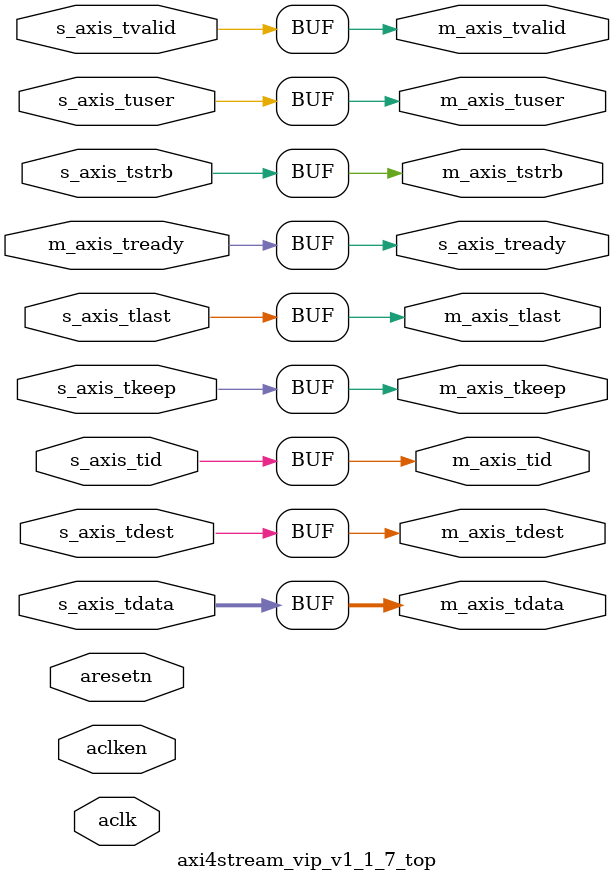
<source format=sv>

`timescale 1ps/1ps

(* DowngradeIPIdentifiedWarnings="yes" *) 
module axi4stream_vip_v1_1_7_top #
  (
   parameter [31:0]  C_AXI4STREAM_SIGNAL_SET         = 32'h03,
   parameter integer C_AXI4STREAM_INTERFACE_MODE     = 1,  //master, slave and bypass
   parameter integer C_AXI4STREAM_DATA_WIDTH        = 8,
   parameter integer C_AXI4STREAM_USER_BITS_PER_BYTE = 0,
   parameter integer C_AXI4STREAM_ID_WIDTH          = 0,
   parameter integer C_AXI4STREAM_DEST_WIDTH        = 0,
   parameter integer C_AXI4STREAM_USER_WIDTH        = 0,
   parameter integer C_AXI4STREAM_HAS_ARESETN       = 0
   )
  (
   // System Signals
   input wire aclk,
   input wire aresetn,
   input wire aclken,

   // Slave side
   input  wire                              s_axis_tvalid,
   output wire                              s_axis_tready,
   input  wire [C_AXI4STREAM_DATA_WIDTH==0? 0:C_AXI4STREAM_DATA_WIDTH-1:0]     s_axis_tdata,
   input  wire [C_AXI4STREAM_DATA_WIDTH/8==0? 0:C_AXI4STREAM_DATA_WIDTH/8-1:0]   s_axis_tstrb,
   input  wire [C_AXI4STREAM_DATA_WIDTH/8==0? 0:C_AXI4STREAM_DATA_WIDTH/8-1:0]   s_axis_tkeep,
   input  wire                              s_axis_tlast,
   input  wire [C_AXI4STREAM_ID_WIDTH==0? 0:C_AXI4STREAM_ID_WIDTH-1:0]         s_axis_tid,
   input  wire [C_AXI4STREAM_DEST_WIDTH==0? 0:C_AXI4STREAM_DEST_WIDTH-1:0]     s_axis_tdest,
   input  wire [C_AXI4STREAM_USER_WIDTH==0? 0:C_AXI4STREAM_USER_WIDTH-1:0]     s_axis_tuser,

   // Master side
   output wire                              m_axis_tvalid,
   input  wire                              m_axis_tready,
   output wire [C_AXI4STREAM_DATA_WIDTH==0? 0:C_AXI4STREAM_DATA_WIDTH-1:0]     m_axis_tdata,
   output wire [C_AXI4STREAM_DATA_WIDTH/8==0? 0:C_AXI4STREAM_DATA_WIDTH/8-1:0]   m_axis_tstrb,
   output wire [C_AXI4STREAM_DATA_WIDTH/8==0? 0:C_AXI4STREAM_DATA_WIDTH/8-1:0]   m_axis_tkeep,
   output wire                              m_axis_tlast,
   output wire [C_AXI4STREAM_ID_WIDTH==0? 0:C_AXI4STREAM_ID_WIDTH-1:0]         m_axis_tid,
   output wire [C_AXI4STREAM_DEST_WIDTH==0? 0:C_AXI4STREAM_DEST_WIDTH-1:0]     m_axis_tdest,
   output wire [C_AXI4STREAM_USER_WIDTH==0? 0:C_AXI4STREAM_USER_WIDTH-1:0]     m_axis_tuser
     );

    //output for slave side, 0 or interface signal(mux)
  assign s_axis_tready =  (C_AXI4STREAM_INTERFACE_MODE ==1 )? m_axis_tready : {1'b0};

  //output for master side, 0 or interface(mux)
  assign m_axis_tvalid = (C_AXI4STREAM_INTERFACE_MODE ==1 )? s_axis_tvalid : {1'b0};
  assign m_axis_tdata  = (C_AXI4STREAM_INTERFACE_MODE ==1 )? s_axis_tdata : {C_AXI4STREAM_DATA_WIDTH==0? 1:C_AXI4STREAM_DATA_WIDTH{1'b0}};
  assign m_axis_tstrb  =(C_AXI4STREAM_INTERFACE_MODE ==1 )? s_axis_tstrb : {C_AXI4STREAM_DATA_WIDTH/8==0? 1:(C_AXI4STREAM_DATA_WIDTH/8){1'b0}};
  assign m_axis_tkeep  =  (C_AXI4STREAM_INTERFACE_MODE ==1 )? s_axis_tkeep : {C_AXI4STREAM_DATA_WIDTH/8==0? 1:(C_AXI4STREAM_DATA_WIDTH/8){1'b0}};
  assign m_axis_tlast  = (C_AXI4STREAM_INTERFACE_MODE ==1 )? s_axis_tlast : {1'b0};
  assign m_axis_tid    = (C_AXI4STREAM_INTERFACE_MODE ==1 )? s_axis_tid: {C_AXI4STREAM_ID_WIDTH==0? 1: C_AXI4STREAM_ID_WIDTH{1'b0}};
  assign m_axis_tdest  = (C_AXI4STREAM_INTERFACE_MODE ==1 )? s_axis_tdest : {(C_AXI4STREAM_DEST_WIDTH==0? 1: C_AXI4STREAM_DEST_WIDTH){1'b0}};
  assign m_axis_tuser  =  (C_AXI4STREAM_INTERFACE_MODE ==1 )? s_axis_tuser: {(C_AXI4STREAM_USER_WIDTH==0? 1: C_AXI4STREAM_USER_WIDTH){1'b0}}; 

endmodule : axi4stream_vip_v1_1_7_top



</source>
